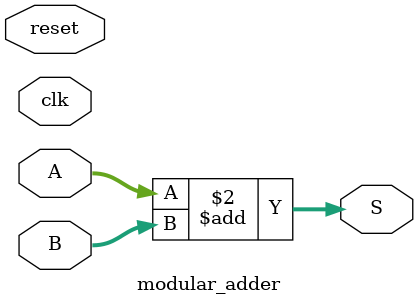
<source format=v>

module modular_adder #(parameter n = 231) (clk, reset, A, B,S);
  input [n-1: 0] A, B;
  input clk, reset;
  output reg [n-1:0] S;


  always @ (A or B) begin
    S = A + B;
  end


endmodule // modular_adder

</source>
